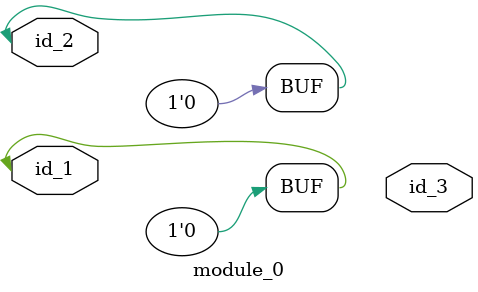
<source format=v>
module module_0 (
    id_1,
    id_2,
    id_3
);
  output id_3;
  inout id_2;
  input id_1;
  assign id_2 = id_1;
  assign id_2 = 1'h0;
endmodule

</source>
